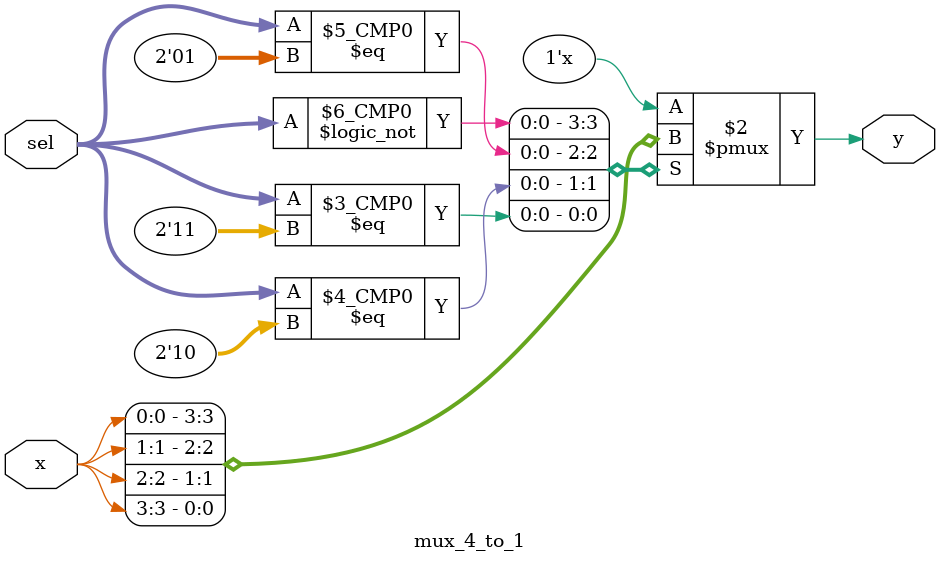
<source format=v>
`timescale 1ns / 1ps


module mux_4_to_1(
    input [1:0] sel,
    input [3:0] x,
    output reg y
    );
    
   always @*
    begin       
       case (sel)
         2'b00: y = x[0];
         2'b01: y = x[1];
         2'b10: y = x[2];
         2'b11: y = x[3];
       endcase
    end
endmodule

</source>
